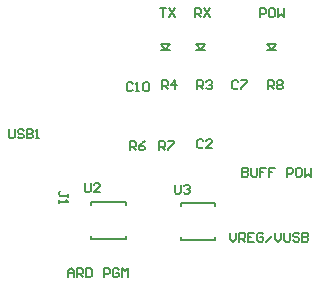
<source format=gto>
%FSLAX25Y25*%
%MOIN*%
G70*
G01*
G75*
%ADD10R,0.04500X0.04500*%
%ADD11R,0.01969X0.08858*%
%ADD12R,0.07874X0.09843*%
G04:AMPARAMS|DCode=13|XSize=31.5mil|YSize=11.81mil|CornerRadius=0mil|HoleSize=0mil|Usage=FLASHONLY|Rotation=180.000|XOffset=0mil|YOffset=0mil|HoleType=Round|Shape=Octagon|*
%AMOCTAGOND13*
4,1,8,-0.01575,0.00295,-0.01575,-0.00295,-0.01280,-0.00591,0.01280,-0.00591,0.01575,-0.00295,0.01575,0.00295,0.01280,0.00591,-0.01280,0.00591,-0.01575,0.00295,0.0*
%
%ADD13OCTAGOND13*%

%ADD14R,0.03150X0.01181*%
%ADD15R,0.03150X0.02362*%
%ADD16C,0.01000*%
%ADD17C,0.02000*%
%ADD18R,0.06250X0.06250*%
%ADD19R,0.15748X0.11811*%
%ADD20R,0.11811X0.15748*%
%ADD21R,0.03937X0.15748*%
%ADD22R,0.03937X0.11811*%
%ADD23R,0.06250X0.06250*%
%ADD24C,0.02500*%
%ADD25R,0.11024X0.09449*%
%ADD26R,0.03500X0.03100*%
G04:AMPARAMS|DCode=27|XSize=59.06mil|YSize=12.8mil|CornerRadius=0mil|HoleSize=0mil|Usage=FLASHONLY|Rotation=90.000|XOffset=0mil|YOffset=0mil|HoleType=Round|Shape=Octagon|*
%AMOCTAGOND27*
4,1,8,0.00320,0.02953,-0.00320,0.02953,-0.00640,0.02633,-0.00640,-0.02633,-0.00320,-0.02953,0.00320,-0.02953,0.00640,-0.02633,0.00640,0.02633,0.00320,0.02953,0.0*
%
%ADD27OCTAGOND27*%

%ADD28R,0.01280X0.05906*%
%ADD29R,0.02362X0.03150*%
%ADD30C,0.00600*%
%ADD31C,0.00750*%
D30*
X415823Y321866D02*
X418823D01*
X415823D02*
X417323Y319866D01*
X418823Y321866D01*
X415823Y319866D02*
X418823D01*
X380390Y321866D02*
X383390D01*
X380390D02*
X381890Y319866D01*
X383390Y321866D01*
X380390Y319866D02*
X383390D01*
X392201Y321866D02*
X395201D01*
X392201D02*
X393701Y319866D01*
X395201Y321866D01*
X392201Y319866D02*
X395201D01*
X398606Y256358D02*
Y257358D01*
X387106Y256358D02*
X398606D01*
Y267858D02*
Y268858D01*
X387106D02*
X398606D01*
X387106Y256358D02*
Y257358D01*
Y267858D02*
Y268858D01*
X357299Y268232D02*
Y269232D01*
X368799D01*
X357299Y256732D02*
Y257732D01*
Y256732D02*
X368799D01*
Y268232D02*
Y269232D01*
Y256732D02*
Y257732D01*
D31*
X407480Y280558D02*
Y277559D01*
X408980D01*
X409480Y278059D01*
Y278559D01*
X408980Y279059D01*
X407480D01*
X408980D01*
X409480Y279558D01*
Y280058D01*
X408980Y280558D01*
X407480D01*
X410479D02*
Y278059D01*
X410979Y277559D01*
X411979D01*
X412479Y278059D01*
Y280558D01*
X415478D02*
X413478D01*
Y279059D01*
X414478D01*
X413478D01*
Y277559D01*
X418477Y280558D02*
X416477D01*
Y279059D01*
X417477D01*
X416477D01*
Y277559D01*
X422475D02*
Y280558D01*
X423975D01*
X424475Y280058D01*
Y279059D01*
X423975Y278559D01*
X422475D01*
X426974Y280558D02*
X425974D01*
X425475Y280058D01*
Y278059D01*
X425974Y277559D01*
X426974D01*
X427474Y278059D01*
Y280058D01*
X426974Y280558D01*
X428474D02*
Y277559D01*
X429473Y278559D01*
X430473Y277559D01*
Y280558D01*
X394514Y289536D02*
X394015Y290036D01*
X393015D01*
X392515Y289536D01*
Y287537D01*
X393015Y287037D01*
X394015D01*
X394514Y287537D01*
X397513Y287037D02*
X395514D01*
X397513Y289036D01*
Y289536D01*
X397013Y290036D01*
X396014D01*
X395514Y289536D01*
X406305Y309146D02*
X405805Y309646D01*
X404805D01*
X404306Y309146D01*
Y307146D01*
X404805Y306646D01*
X405805D01*
X406305Y307146D01*
X407304Y309646D02*
X409304D01*
Y309146D01*
X407304Y307146D01*
Y306646D01*
X371094Y308601D02*
X370594Y309101D01*
X369594D01*
X369094Y308601D01*
Y306602D01*
X369594Y306102D01*
X370594D01*
X371094Y306602D01*
X372094Y306102D02*
X373093D01*
X372593D01*
Y309101D01*
X372094Y308601D01*
X374593D02*
X375093Y309101D01*
X376092D01*
X376592Y308601D01*
Y306602D01*
X376092Y306102D01*
X375093D01*
X374593Y306602D01*
Y308601D01*
X349456Y270638D02*
Y271638D01*
Y271138D01*
X346956D01*
X346457Y271638D01*
Y272138D01*
X346956Y272638D01*
X346457Y269639D02*
Y268639D01*
Y269139D01*
X349456D01*
X348956Y269639D01*
X392500Y306700D02*
Y309699D01*
X394000D01*
X394499Y309199D01*
Y308200D01*
X394000Y307700D01*
X392500D01*
X393500D02*
X394499Y306700D01*
X395499Y309199D02*
X395999Y309699D01*
X396999D01*
X397498Y309199D01*
Y308699D01*
X396999Y308200D01*
X396499D01*
X396999D01*
X397498Y307700D01*
Y307200D01*
X396999Y306700D01*
X395999D01*
X395499Y307200D01*
X380674Y306737D02*
Y309736D01*
X382173D01*
X382673Y309236D01*
Y308237D01*
X382173Y307737D01*
X380674D01*
X381674D02*
X382673Y306737D01*
X385173D02*
Y309736D01*
X383673Y308237D01*
X385672D01*
X370079Y286417D02*
Y289416D01*
X371578D01*
X372078Y288916D01*
Y287917D01*
X371578Y287417D01*
X370079D01*
X371078D02*
X372078Y286417D01*
X375077Y289416D02*
X374077Y288916D01*
X373078Y287917D01*
Y286917D01*
X373578Y286417D01*
X374577D01*
X375077Y286917D01*
Y287417D01*
X374577Y287917D01*
X373078D01*
X379921Y286417D02*
Y289416D01*
X381421D01*
X381921Y288916D01*
Y287917D01*
X381421Y287417D01*
X379921D01*
X380921D02*
X381921Y286417D01*
X382920Y289416D02*
X384920D01*
Y288916D01*
X382920Y286917D01*
Y286417D01*
X391789Y330768D02*
Y333768D01*
X393288D01*
X393788Y333268D01*
Y332268D01*
X393288Y331768D01*
X391789D01*
X392789D02*
X393788Y330768D01*
X394788Y333768D02*
X396787Y330768D01*
Y333768D02*
X394788Y330768D01*
X380031Y333793D02*
X382031D01*
X381031D01*
Y330795D01*
X383031Y333793D02*
X385030Y330795D01*
Y333793D02*
X383031Y330795D01*
X355047Y275305D02*
Y272805D01*
X355547Y272305D01*
X356547D01*
X357047Y272805D01*
Y275305D01*
X360046Y272305D02*
X358046D01*
X360046Y274305D01*
Y274805D01*
X359546Y275305D01*
X358546D01*
X358046Y274805D01*
X385038Y274941D02*
Y272442D01*
X385538Y271942D01*
X386537D01*
X387037Y272442D01*
Y274941D01*
X388037Y274441D02*
X388537Y274941D01*
X389536D01*
X390036Y274441D01*
Y273941D01*
X389536Y273441D01*
X389036D01*
X389536D01*
X390036Y272941D01*
Y272442D01*
X389536Y271942D01*
X388537D01*
X388037Y272442D01*
X329724Y293353D02*
Y290854D01*
X330224Y290354D01*
X331224D01*
X331724Y290854D01*
Y293353D01*
X334723Y292853D02*
X334223Y293353D01*
X333223D01*
X332723Y292853D01*
Y292354D01*
X333223Y291854D01*
X334223D01*
X334723Y291354D01*
Y290854D01*
X334223Y290354D01*
X333223D01*
X332723Y290854D01*
X335722Y293353D02*
Y290354D01*
X337222D01*
X337722Y290854D01*
Y291354D01*
X337222Y291854D01*
X335722D01*
X337222D01*
X337722Y292354D01*
Y292853D01*
X337222Y293353D01*
X335722D01*
X338721Y290354D02*
X339721D01*
X339221D01*
Y293353D01*
X338721Y292853D01*
X403543Y258905D02*
Y256905D01*
X404543Y255906D01*
X405543Y256905D01*
Y258905D01*
X406542Y255906D02*
Y258905D01*
X408042D01*
X408542Y258405D01*
Y257405D01*
X408042Y256905D01*
X406542D01*
X407542D02*
X408542Y255906D01*
X411541Y258905D02*
X409541D01*
Y255906D01*
X411541D01*
X409541Y257405D02*
X410541D01*
X414540Y258405D02*
X414040Y258905D01*
X413040D01*
X412540Y258405D01*
Y256405D01*
X413040Y255906D01*
X414040D01*
X414540Y256405D01*
Y257405D01*
X413540D01*
X415539Y255906D02*
X417539Y257905D01*
X418539Y258905D02*
Y256905D01*
X419538Y255906D01*
X420538Y256905D01*
Y258905D01*
X421537D02*
Y256405D01*
X422037Y255906D01*
X423037D01*
X423537Y256405D01*
Y258905D01*
X426536Y258405D02*
X426036Y258905D01*
X425036D01*
X424537Y258405D01*
Y257905D01*
X425036Y257405D01*
X426036D01*
X426536Y256905D01*
Y256405D01*
X426036Y255906D01*
X425036D01*
X424537Y256405D01*
X427535Y258905D02*
Y255906D01*
X429035D01*
X429535Y256405D01*
Y256905D01*
X429035Y257405D01*
X427535D01*
X429035D01*
X429535Y257905D01*
Y258405D01*
X429035Y258905D01*
X427535D01*
X413386Y330709D02*
Y333708D01*
X414885D01*
X415385Y333208D01*
Y332208D01*
X414885Y331708D01*
X413386D01*
X417884Y333708D02*
X416885D01*
X416385Y333208D01*
Y331208D01*
X416885Y330709D01*
X417884D01*
X418384Y331208D01*
Y333208D01*
X417884Y333708D01*
X419384D02*
Y330709D01*
X420384Y331708D01*
X421383Y330709D01*
Y333708D01*
X416069Y306726D02*
Y309725D01*
X417568D01*
X418068Y309225D01*
Y308225D01*
X417568Y307726D01*
X416069D01*
X417068D02*
X418068Y306726D01*
X419067Y309225D02*
X419567Y309725D01*
X420567D01*
X421067Y309225D01*
Y308725D01*
X420567Y308225D01*
X421067Y307726D01*
Y307226D01*
X420567Y306726D01*
X419567D01*
X419067Y307226D01*
Y307726D01*
X419567Y308225D01*
X419067Y308725D01*
Y309225D01*
X419567Y308225D02*
X420567D01*
X349410Y244094D02*
Y246094D01*
X350409Y247094D01*
X351409Y246094D01*
Y244094D01*
Y245594D01*
X349410D01*
X352409Y244094D02*
Y247094D01*
X353908D01*
X354408Y246594D01*
Y245594D01*
X353908Y245094D01*
X352409D01*
X353408D02*
X354408Y244094D01*
X355408Y247094D02*
Y244094D01*
X356907D01*
X357407Y244594D01*
Y246594D01*
X356907Y247094D01*
X355408D01*
X361406Y244094D02*
Y247094D01*
X362905D01*
X363405Y246594D01*
Y245594D01*
X362905Y245094D01*
X361406D01*
X366404Y246594D02*
X365904Y247094D01*
X364904D01*
X364405Y246594D01*
Y244594D01*
X364904Y244094D01*
X365904D01*
X366404Y244594D01*
Y245594D01*
X365404D01*
X367404Y244094D02*
Y247094D01*
X368403Y246094D01*
X369403Y247094D01*
Y244094D01*
M02*

</source>
